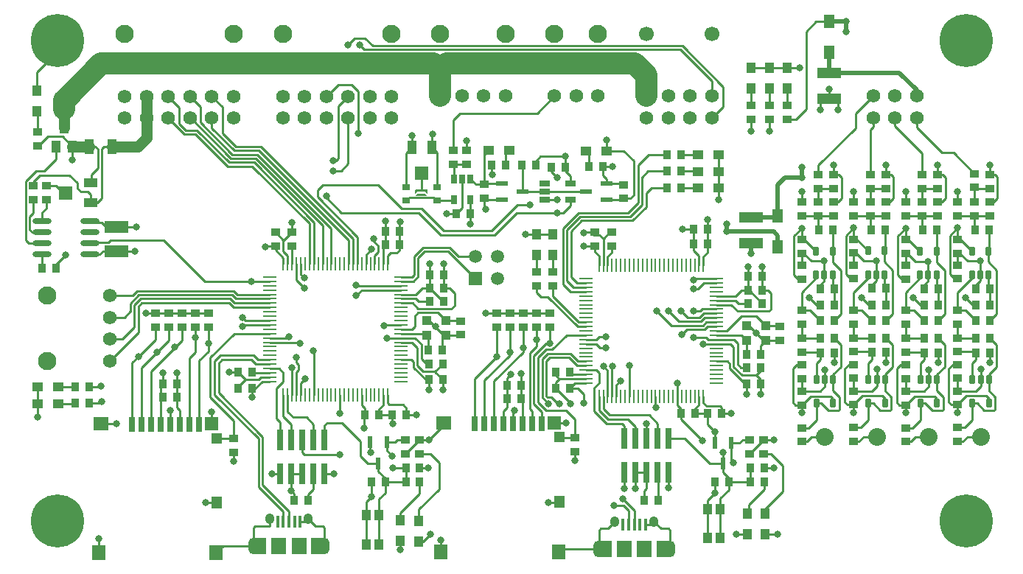
<source format=gtl>
G04*
G04 #@! TF.GenerationSoftware,Altium Limited,Altium Designer,18.1.9 (240)*
G04*
G04 Layer_Physical_Order=1*
G04 Layer_Color=255*
%FSLAX25Y25*%
%MOIN*%
G70*
G01*
G75*
%ADD14C,0.01000*%
%ADD18R,0.03937X0.03543*%
%ADD19R,0.04331X0.04921*%
%ADD20R,0.01575X0.05315*%
%ADD21R,0.07087X0.07480*%
%ADD22R,0.03543X0.03937*%
%ADD23R,0.02362X0.05315*%
%ADD24R,0.04134X0.04528*%
%ADD25R,0.04331X0.03858*%
%ADD26R,0.04724X0.06299*%
%ADD27R,0.10630X0.04528*%
%ADD28R,0.04921X0.04331*%
%ADD29R,0.05315X0.02362*%
%ADD30R,0.04724X0.02559*%
%ADD31R,0.02756X0.03937*%
%ADD32R,0.06299X0.06299*%
%ADD33R,0.04291X0.06299*%
%ADD34R,0.03543X0.02756*%
%ADD35R,0.05512X0.00787*%
%ADD36R,0.02992X0.09449*%
%ADD37O,0.06102X0.00984*%
%ADD38O,0.00984X0.06102*%
%ADD39R,0.06693X0.05906*%
%ADD40R,0.03150X0.06614*%
%ADD41R,0.06299X0.05906*%
%ADD42R,0.05079X0.05118*%
%ADD43R,0.05079X0.05512*%
%ADD44R,0.05906X0.06693*%
%ADD45R,0.04134X0.06693*%
%ADD46R,0.03937X0.05512*%
%ADD47R,0.10630X0.05512*%
%ADD48O,0.08661X0.02756*%
%ADD49R,0.06299X0.06299*%
%ADD50R,0.06299X0.04291*%
G04:AMPARAMS|DCode=51|XSize=23.62mil|YSize=39.37mil|CornerRadius=2.01mil|HoleSize=0mil|Usage=FLASHONLY|Rotation=0.000|XOffset=0mil|YOffset=0mil|HoleType=Round|Shape=RoundedRectangle|*
%AMROUNDEDRECTD51*
21,1,0.02362,0.03535,0,0,0.0*
21,1,0.01961,0.03937,0,0,0.0*
1,1,0.00402,0.00980,-0.01768*
1,1,0.00402,-0.00980,-0.01768*
1,1,0.00402,-0.00980,0.01768*
1,1,0.00402,0.00980,0.01768*
%
%ADD51ROUNDEDRECTD51*%
%ADD52R,0.05858X0.07480*%
%ADD100C,0.02000*%
%ADD101C,0.10000*%
%ADD102C,0.05000*%
%ADD103O,0.04134X0.04921*%
%ADD104O,0.04823X0.07480*%
%ADD105C,0.05906*%
%ADD106R,0.05906X0.05906*%
%ADD107C,0.08268*%
%ADD108C,0.06142*%
%ADD109C,0.08000*%
%ADD110C,0.06693*%
%ADD111C,0.24016*%
%ADD112C,0.03200*%
G36*
X359255Y265575D02*
X358272Y266559D01*
X354727Y266559D01*
X353743Y265574D01*
X353744Y267051D01*
X359256D01*
X359255Y265575D01*
D02*
G37*
G36*
X359256Y264394D02*
X353744D01*
X355024Y265673D01*
X357976D01*
X359256Y264394D01*
D02*
G37*
D14*
X504335Y232500D02*
X504350Y232485D01*
X319000Y281655D02*
Y297846D01*
X317845Y280500D02*
X319000Y281655D01*
X316500Y280500D02*
X317845D01*
X318944Y305184D02*
X323315Y309555D01*
X318944Y297902D02*
Y305184D01*
Y297902D02*
X319000Y297846D01*
X426849Y225195D02*
X430811D01*
X424100Y227944D02*
X426849Y225195D01*
X440300Y285174D02*
Y290000D01*
X440126Y285000D02*
X440300Y285174D01*
X388300Y248800D02*
X400000Y260500D01*
X405500D01*
X399500Y257000D02*
X418000D01*
X420500Y224682D02*
Y249982D01*
X427518Y257000D02*
X450079D01*
X420500Y249982D02*
X427518Y257000D01*
X422300Y226050D02*
Y249237D01*
X428263Y255200D02*
X450824D01*
X422300Y249237D02*
X428263Y255200D01*
X429009Y253400D02*
X451900D01*
X424100Y248491D02*
X429009Y253400D01*
X424100Y227944D02*
Y248491D01*
X423807Y260307D02*
Y262819D01*
X420500Y257000D02*
X423807Y260307D01*
X418000Y257000D02*
X420500D01*
X417819Y262819D02*
X418000Y263000D01*
X402283Y266500D02*
X430776D01*
X366454Y248800D02*
X388300D01*
X206533Y243692D02*
X215092D01*
X258577Y225923D02*
X288087D01*
X389500Y247000D02*
X399500Y257000D01*
X365319Y247000D02*
X389500D01*
X356454Y258800D02*
X366454Y248800D01*
X355319Y257000D02*
X365319Y247000D01*
X347600Y258800D02*
X356454D01*
X320232Y257000D02*
X355319D01*
X336900Y269500D02*
X347600Y258800D01*
X374898Y259197D02*
Y272224D01*
X372201Y256500D02*
X374898Y259197D01*
X363500Y262500D02*
X370882D01*
X311783Y269500D02*
X336900D01*
X309500Y267217D02*
X311783Y269500D01*
X309500Y264047D02*
Y267217D01*
Y264047D02*
X327555Y245992D01*
Y233896D02*
Y245992D01*
X283024Y285159D02*
X323618Y244564D01*
X282278Y283359D02*
X315744Y249893D01*
X311807Y233896D02*
Y251284D01*
X281533Y281559D02*
X311807Y251284D01*
X307870Y233896D02*
Y252676D01*
X280787Y279759D02*
X307870Y252676D01*
X305902Y233896D02*
Y252098D01*
X280041Y277959D02*
X305902Y252098D01*
X315744Y233896D02*
Y249893D01*
X283769Y286959D02*
X325587Y245141D01*
X313500Y263732D02*
X320232Y257000D01*
X313500Y263732D02*
Y264394D01*
X486039Y239039D02*
Y249500D01*
Y254000D01*
X479740Y239760D02*
Y249500D01*
X238681Y161187D02*
Y178785D01*
X435000Y239224D02*
Y241799D01*
Y239224D02*
X436815Y237409D01*
Y233167D02*
Y237409D01*
X286000Y241500D02*
X286299Y241799D01*
X290500D01*
X490865Y262760D02*
Y268236D01*
X458132Y259631D02*
Y265781D01*
X451900Y253400D02*
X458132Y259631D01*
Y265781D02*
X460587Y268236D01*
X456331Y260707D02*
Y272981D01*
X454531Y261453D02*
Y278500D01*
X490865Y275650D02*
Y283150D01*
Y268236D02*
Y275650D01*
X430000Y241799D02*
X435000D01*
X434598Y247000D02*
X437000D01*
X434675Y248098D02*
X435000Y248423D01*
X433500Y248098D02*
X434598Y247000D01*
X433500Y248098D02*
X434675D01*
X430098D02*
X433500D01*
X430000Y248000D02*
X430098Y248098D01*
X423924Y221258D02*
X430811D01*
X420500Y224682D02*
X423924Y221258D01*
X425123Y223226D02*
X430811D01*
X422300Y226050D02*
X425123Y223226D01*
X460587Y268236D02*
X467589D01*
X456331Y272981D02*
X459085Y275734D01*
X467589D01*
X473888D02*
X481528D01*
X450824Y255200D02*
X456331Y260707D01*
X459181Y283150D02*
X467589D01*
X454531Y278500D02*
X459181Y283150D01*
X450079Y257000D02*
X454531Y261453D01*
X403500Y247126D02*
X408500D01*
X313472Y309555D02*
X318917Y315000D01*
X325000D01*
X328000Y312000D01*
Y293000D02*
Y312000D01*
X316500Y276000D02*
X320100D01*
X472248Y173915D02*
Y179919D01*
X492150Y166049D02*
X496500D01*
X320100Y276000D02*
X323315Y279215D01*
X413000Y190000D02*
X414500Y191500D01*
X413000Y174046D02*
Y190000D01*
X411100Y190750D02*
X413650Y193300D01*
X411100Y173400D02*
Y190750D01*
X423850Y193300D02*
X427388Y189762D01*
X423104Y191500D02*
X426811Y187793D01*
X422174Y201573D02*
X430811D01*
X415701Y195100D02*
X422174Y201573D01*
X412905Y195100D02*
X415701D01*
X409300Y191495D02*
X412905Y195100D01*
X409300Y171099D02*
Y191495D01*
X414500Y191500D02*
X423104D01*
X413650Y193300D02*
X423850D01*
X407300Y170434D02*
Y192375D01*
X405500Y168140D02*
Y193500D01*
X409300Y171099D02*
X412799Y167600D01*
X421949D01*
X426000Y163549D01*
X415201Y173400D02*
X418101Y170500D01*
X413646Y173400D02*
X415201D01*
X411100D02*
X414000Y170500D01*
X424000D02*
Y170850D01*
X417350Y177500D02*
X424000Y170850D01*
X418101Y170500D02*
X418988D01*
X426000Y155150D02*
Y163549D01*
X412925Y198000D02*
X414500D01*
X407300Y192375D02*
X412925Y198000D01*
X406567Y161575D02*
Y167072D01*
X405500Y168140D02*
X406567Y167072D01*
X405500Y193500D02*
X408500Y196500D01*
X407300Y170434D02*
X410898Y166836D01*
X408500Y196500D02*
Y199500D01*
X401650Y179000D02*
Y184017D01*
X401500Y184166D02*
X401650Y184017D01*
X485850Y161213D02*
X489153Y157909D01*
X468914Y105000D02*
Y113316D01*
X346500Y240000D02*
Y248350D01*
X359785Y208215D02*
X366478Y201522D01*
X436787Y105000D02*
Y113316D01*
X359972Y154262D02*
X366606Y160896D01*
X312637Y106278D02*
Y114594D01*
X365425Y103465D02*
Y109000D01*
X210531Y103077D02*
Y109622D01*
X211713Y161541D02*
X211768Y161597D01*
X218500D01*
X261500D02*
Y166941D01*
Y161597D02*
X261555Y161541D01*
X259000Y125911D02*
X264094D01*
X182874Y164626D02*
X183000Y164500D01*
X182874Y164626D02*
Y170612D01*
Y178124D01*
X264800Y189016D02*
X266284Y190500D01*
X264800Y175452D02*
Y189016D01*
Y175452D02*
X284760Y155492D01*
Y133786D02*
Y155492D01*
Y133786D02*
X296573Y121973D01*
Y117301D02*
Y121973D01*
X282960Y133040D02*
X294014Y121986D01*
X282960Y133040D02*
Y154747D01*
X263000Y174707D02*
X282960Y154747D01*
X294014Y117301D02*
Y121986D01*
X266284Y190500D02*
X279500D01*
X281478Y188522D01*
X288087D01*
X263000Y174707D02*
Y189762D01*
X265697Y192459D01*
X280478D01*
X282447Y190490D01*
X288087D01*
X271801Y202301D02*
X288087D01*
X261000Y191500D02*
X271801Y202301D01*
X261000Y173409D02*
Y191500D01*
Y173409D02*
X271657Y162752D01*
X275500Y209685D02*
X276978Y208207D01*
X288087D01*
X275500Y205500D02*
X276238Y206238D01*
X288087D01*
X211500Y171000D02*
X212000Y171500D01*
X206150Y171000D02*
X211500D01*
X211337Y178124D02*
X211713Y178500D01*
X206150Y178124D02*
X211337D01*
X199463Y170612D02*
X199850Y171000D01*
X192126Y170612D02*
X199463D01*
X192126Y178124D02*
X199850D01*
X271657Y154762D02*
Y162752D01*
X496634Y152909D02*
X500348D01*
X501774Y154335D01*
X504894D01*
X496634Y144866D02*
X497500Y144000D01*
X496634Y144866D02*
Y152909D01*
X473894Y163606D02*
X483500Y154000D01*
X473894Y163606D02*
Y166049D01*
X511894Y111559D02*
X517500D01*
X499000Y111500D02*
X503835D01*
X503894Y111559D01*
X479740Y200536D02*
X485260D01*
X476690Y204200D02*
X484583D01*
X469500Y206000D02*
X483838D01*
X483092Y207800D02*
X484739Y209447D01*
X472865Y207800D02*
X483092D01*
X482346Y209600D02*
X484162Y211415D01*
X476900Y209600D02*
X482346D01*
X474000Y212500D02*
X476900Y209600D01*
X474217Y201726D02*
X476690Y204200D01*
X485260Y200536D02*
X486192Y199604D01*
X490063D01*
X484583Y204200D02*
X485893Y205510D01*
X490063D01*
X463000Y212500D02*
X469500Y206000D01*
X484162Y211415D02*
X490063D01*
X479500Y212500D02*
X482701D01*
X483838Y206000D02*
X485316Y207478D01*
X490063D01*
X468165Y212500D02*
X472865Y207800D01*
X484739Y209447D02*
X490063D01*
X482701Y212500D02*
X483585Y213384D01*
X490063D01*
X479500Y222500D02*
X481500D01*
X530500Y303768D02*
Y339000D01*
X525913Y299181D02*
X530500Y303768D01*
Y339000D02*
X535069Y343569D01*
X522000Y322457D02*
X527457D01*
X514000D02*
X522000D01*
X505482D02*
X514000D01*
X527457D02*
X527500Y322500D01*
X535069Y343569D02*
X541000D01*
X522000Y299181D02*
X525913D01*
X505482Y294035D02*
X505500Y294018D01*
X505482Y294035D02*
Y299181D01*
X513982Y305480D02*
X514000Y305498D01*
Y313205D01*
X522000Y305480D02*
Y313205D01*
X513982Y294018D02*
X514000Y294000D01*
X513982Y294018D02*
Y299181D01*
X335000Y244024D02*
X336900Y242124D01*
X335000Y244024D02*
Y245141D01*
X336900Y239109D02*
Y242124D01*
X335429Y237638D02*
X336900Y239109D01*
X335429Y233896D02*
Y237638D01*
X331492Y237992D02*
X334000Y240500D01*
X331492Y233896D02*
Y237992D01*
X330500Y159500D02*
Y165155D01*
X339366Y233896D02*
Y241516D01*
X342500Y238724D02*
X345224D01*
X341335Y237559D02*
X342500Y238724D01*
X341335Y233896D02*
Y237559D01*
X345224Y238724D02*
X346500Y240000D01*
X346650Y252650D02*
X347000Y253000D01*
X340350Y248500D02*
Y253049D01*
X339366Y241516D02*
X340350Y242500D01*
X331000Y336000D02*
X334434Y332566D01*
X326315Y336000D02*
X331000D01*
X323315Y333000D02*
X326315Y336000D01*
X334434Y332566D02*
X474479D01*
X328500Y333000D02*
X330734Y330766D01*
X474479Y332566D02*
X493000Y314046D01*
X473734Y330766D02*
X487850Y316650D01*
X330734Y330766D02*
X473734D01*
X487850Y309732D02*
Y316650D01*
X493000Y305039D02*
Y314046D01*
X487850Y299890D02*
X493000Y305039D01*
X410300Y282500D02*
X421650D01*
X408150Y280350D02*
X410300Y282500D01*
X408150Y278500D02*
Y280350D01*
X421650Y277500D02*
Y282500D01*
X438650Y278000D02*
X443000D01*
X440224Y270240D02*
Y272224D01*
X438650Y273799D02*
X440224Y272224D01*
X438650Y273799D02*
Y278000D01*
X448000Y285000D02*
X452468Y280532D01*
Y264862D02*
Y280532D01*
X451008Y263402D02*
X452468Y264862D01*
X448000Y263402D02*
X451008D01*
X440126Y285000D02*
X448000D01*
X430874D02*
X432350Y283524D01*
Y278000D02*
Y283524D01*
X378500Y252000D02*
Y256500D01*
X368000Y256638D02*
X368138Y256500D01*
X372201D01*
X361213Y292213D02*
X361500Y292500D01*
X361213Y286385D02*
Y292213D01*
X352118Y291913D02*
X352205Y292000D01*
X352118Y286385D02*
Y291913D01*
X376898Y285150D02*
Y289500D01*
X370882Y262500D02*
X371158Y262776D01*
X362000Y264000D02*
X363500Y262500D01*
X356500Y264000D02*
X362000D01*
X351197D02*
X356500D01*
X349744Y262547D02*
X351197Y264000D01*
X356500Y267051D02*
X356665Y267217D01*
Y274968D01*
X363500Y268406D02*
Y284098D01*
X361213Y286385D02*
X363500Y284098D01*
X349744Y284011D02*
X352118Y286385D01*
X349744Y268453D02*
Y284011D01*
X408858Y302000D02*
X416709Y309850D01*
X374000Y302000D02*
X408858D01*
X370953Y298953D02*
X374000Y302000D01*
X370953Y285197D02*
Y298953D01*
X371000Y278850D02*
X371158Y278693D01*
X370953Y278898D02*
X371000Y278850D01*
X376898D01*
X371158Y272224D02*
Y278693D01*
X378638Y272224D02*
X381106Y269756D01*
X385000D01*
X378500Y256500D02*
X378638Y256638D01*
Y262776D01*
X385000Y259000D02*
X385500Y258500D01*
X385000Y259000D02*
Y263457D01*
X388350Y274299D02*
X388500Y274150D01*
X388350Y274299D02*
Y278500D01*
X394650D02*
Y283673D01*
X396126Y285150D01*
X385000Y283276D02*
X386874Y285150D01*
X385000Y269756D02*
Y283276D01*
X385638Y262819D02*
X392776D01*
X385000Y263457D02*
X385638Y262819D01*
X385543Y270299D02*
X392776D01*
X385000Y269756D02*
X385543Y270299D01*
X412193Y262819D02*
X417819D01*
X415350Y275650D02*
X418000Y273000D01*
X415350Y275650D02*
Y277500D01*
X423807Y270299D02*
Y273693D01*
X421650Y275850D02*
X423807Y273693D01*
X421650Y275850D02*
Y277500D01*
X401850Y278500D02*
X402224Y278126D01*
Y266559D02*
Y278126D01*
Y266559D02*
X402283Y266500D01*
X447358Y262760D02*
X448000Y263402D01*
X440224Y262760D02*
X447358D01*
X447461Y270240D02*
X448000Y269701D01*
X440224Y270240D02*
X447461D01*
X481500Y222500D02*
X484195Y225195D01*
X490063D01*
X479500Y226500D02*
X480163Y227163D01*
X490063D01*
X481528Y275734D02*
X481613Y275650D01*
X416000Y247126D02*
X416374Y247500D01*
X408500Y247126D02*
X416000D01*
Y230150D02*
Y237874D01*
X408500Y230150D02*
Y237874D01*
X413619Y219000D02*
X427109Y205510D01*
X410500Y219000D02*
X413619D01*
X416000Y219164D02*
X427686Y207478D01*
X416000Y219164D02*
Y223850D01*
X408500Y221000D02*
X410500Y219000D01*
X427109Y205510D02*
X430811D01*
X427686Y207478D02*
X430811D01*
X408500Y221000D02*
Y223850D01*
X462405Y168945D02*
X462500Y168850D01*
X459500Y165500D02*
X463323Y161677D01*
X441500Y165500D02*
X459500D01*
X434675Y248098D02*
X435000D01*
X353265Y228952D02*
Y237181D01*
X352205Y227892D02*
X353265Y228952D01*
X347339Y227892D02*
X352205D01*
X353265Y237181D02*
X357294Y241209D01*
X369411D01*
X373368Y237252D01*
X379000D01*
X368665Y239409D02*
X380823Y227252D01*
X358039Y239409D02*
X368665D01*
X355065Y236435D02*
X358039Y239409D01*
X355065Y228175D02*
Y236435D01*
X352814Y225923D02*
X355065Y228175D01*
X347339Y225923D02*
X352814D01*
X366250Y216833D02*
X366500D01*
X360201Y222882D02*
X366250Y216833D01*
X360201Y228882D02*
Y233894D01*
X366500D02*
X366606Y234000D01*
X366500Y228882D02*
Y233894D01*
X371500Y215000D02*
Y220500D01*
X370064Y213564D02*
X371500Y215000D01*
X369118Y222882D02*
X371500Y220500D01*
X355040Y213564D02*
X370064D01*
X352524Y216081D02*
X355040Y213564D01*
X347339Y216081D02*
X352524D01*
X355065Y211764D02*
X363931D01*
X367480Y208215D01*
X353500Y210199D02*
X355065Y211764D01*
X366500Y222882D02*
Y228882D01*
Y222882D02*
X369118D01*
X360201D02*
Y228882D01*
X356882Y222882D02*
X360201D01*
X354018Y220018D02*
X356882Y222882D01*
X347339Y220018D02*
X354018D01*
X347339Y218049D02*
X354000D01*
X355217Y216833D01*
X360201D01*
X366150Y177000D02*
Y181455D01*
X359850Y177000D02*
Y181455D01*
X341000Y200374D02*
X341041Y200333D01*
X347339D01*
Y190490D02*
X352000D01*
X352900Y189590D01*
Y187036D02*
Y189590D01*
Y187036D02*
X358481Y181455D01*
X359850D01*
X362695Y184909D02*
X366150Y181455D01*
X362695Y184909D02*
Y185166D01*
X366150Y188621D01*
X357315Y185166D02*
X362695D01*
X354700Y187781D02*
X357315Y185166D01*
X354700Y187781D02*
Y195967D01*
X352303Y198364D02*
X354700Y195967D01*
X347339Y198364D02*
X352303D01*
X358779Y188621D02*
X359850D01*
X356500Y190900D02*
X358779Y188621D01*
X356500Y190900D02*
Y197500D01*
X353667Y200333D02*
X356500Y197500D01*
X347339Y200333D02*
X353667D01*
X347339Y202301D02*
X358039D01*
X358819Y201522D01*
X359756Y200585D01*
Y194876D02*
Y200585D01*
X366055Y201098D02*
X366478Y201522D01*
X366055Y194876D02*
Y201098D01*
X366478Y201522D02*
X367480D01*
X358819Y208215D02*
X359785D01*
X374051Y201522D02*
X374256Y201726D01*
X367480Y201522D02*
X374051D01*
X374067Y208215D02*
X374256Y208026D01*
X367480Y208215D02*
X374067D01*
X353500Y205650D02*
Y210199D01*
X352120Y204270D02*
X353500Y205650D01*
X347339Y204270D02*
X352120D01*
X509988Y174886D02*
X510000Y174874D01*
X509988Y174886D02*
Y179500D01*
X503688Y174874D02*
Y179500D01*
X484059Y197636D02*
X490063D01*
Y189762D02*
X494821D01*
X495900Y188683D01*
Y186575D02*
Y188683D01*
Y186575D02*
X502975Y179500D01*
X503688D01*
X508000Y183500D02*
X509988Y185488D01*
X508000Y183500D02*
X509988Y181512D01*
X507979Y183521D02*
X508000Y183500D01*
X509988Y179500D02*
Y181512D01*
Y185488D02*
Y187000D01*
X501500Y183521D02*
X507979D01*
X497700Y187321D02*
X501500Y183521D01*
X497700Y187321D02*
Y196300D01*
X496364Y197636D02*
X497700Y196300D01*
X490063Y197636D02*
X496364D01*
X501291Y201573D02*
X503602Y199262D01*
X490063Y201573D02*
X501291D01*
X490063Y199604D02*
X497896D01*
X499500Y198000D01*
Y188522D02*
Y198000D01*
Y188522D02*
X501022Y187000D01*
X503688D01*
X508000Y202500D02*
X511238Y199262D01*
X504545Y205955D02*
X508000Y202500D01*
X511238Y199262D02*
X512264D01*
X503602Y205955D02*
X504545D01*
X509988Y196986D02*
X512264Y199262D01*
X509988Y193000D02*
Y196986D01*
X503602Y193086D02*
X503688Y193000D01*
X503602Y193086D02*
Y199262D01*
X518478D02*
X518567Y199350D01*
X512264Y199262D02*
X518478D01*
X518262Y205955D02*
X518567Y205650D01*
X512264Y205955D02*
X518262D01*
X508043Y210175D02*
X512264Y205955D01*
X501299Y210175D02*
X508043D01*
X494665Y203541D02*
X501299Y210175D01*
X490063Y203541D02*
X494665D01*
X510650Y232500D02*
Y232985D01*
Y228175D02*
Y232500D01*
X492150Y167075D02*
Y168850D01*
X491500Y169500D02*
X492150Y168850D01*
X485500Y169500D02*
X491500D01*
X484059Y170941D02*
X485500Y169500D01*
X484059Y170941D02*
Y173915D01*
X485850Y161213D02*
Y166049D01*
X480193D02*
X485850D01*
X490063Y215352D02*
X496648D01*
X499500Y212500D01*
X513654D01*
X514500Y213346D01*
Y220500D01*
X513124Y221876D02*
X514500Y220500D01*
X510650Y221876D02*
X513124D01*
X510650D02*
Y228175D01*
X484059Y237059D02*
X486039Y239039D01*
X484059Y233167D02*
Y237059D01*
X441598Y248098D02*
X442500D01*
X438784Y245284D02*
X441598Y248098D01*
X438784Y245216D02*
Y245284D01*
X437000Y247000D02*
X438784Y245216D01*
Y233167D02*
Y245216D01*
X417350Y183150D02*
X418769Y181731D01*
X425960D01*
X426116Y181888D01*
X430811D01*
X417350Y180313D02*
X418769Y181731D01*
X417350Y177500D02*
Y180313D01*
Y183150D02*
Y185000D01*
X480193Y166049D02*
Y168193D01*
X482091Y170091D01*
Y173915D01*
X515927Y154335D02*
X516000Y154262D01*
X511394Y154335D02*
X515927D01*
X505094Y148035D02*
X511394Y154335D01*
X504894Y148035D02*
X505094D01*
X489153Y152909D02*
Y157909D01*
X486039Y122906D02*
Y127039D01*
Y109716D02*
Y122906D01*
X489244Y130244D02*
Y135185D01*
X486039Y127039D02*
X489244Y130244D01*
X182500Y320500D02*
X195000Y333000D01*
X182500Y312252D02*
Y320500D01*
X227463Y250463D02*
X227500Y250500D01*
X218707Y250463D02*
X227463D01*
X206533Y253049D02*
X207110Y252472D01*
X212000D01*
X214010Y250463D01*
X218707D01*
X333906Y128406D02*
Y135112D01*
X331594Y126095D02*
X333906Y128406D01*
X331594Y120207D02*
Y126095D01*
Y107018D02*
Y120207D01*
X343350Y161650D02*
X343500Y161500D01*
X343350Y161650D02*
Y165612D01*
X337256Y168024D02*
X339366Y170134D01*
X337256Y165612D02*
Y168024D01*
X339366Y170134D02*
Y174644D01*
X245807Y179612D02*
Y184585D01*
Y173612D02*
Y179612D01*
Y169000D02*
Y173612D01*
Y169000D02*
X247343Y167465D01*
Y161187D02*
Y167465D01*
X453323Y132323D02*
Y139425D01*
X468311Y132500D02*
X468323Y132512D01*
Y139425D01*
X453323D02*
X458323D01*
Y132323D02*
Y139425D01*
X457181Y131181D02*
X458323Y132323D01*
X457181Y127000D02*
Y131181D01*
X460331Y116024D02*
X461610Y117303D01*
X457969Y116024D02*
X460331D01*
X421929Y161929D02*
X422000Y162000D01*
X416449Y161929D02*
X421929D01*
X402236Y161575D02*
Y172264D01*
X401650Y172850D02*
X402236Y172264D01*
X401650Y172850D02*
Y179000D01*
X269500Y185000D02*
X273701D01*
X298000Y252500D02*
X298028Y252472D01*
Y248098D02*
Y252472D01*
X346650Y248500D02*
Y252650D01*
X414000Y125911D02*
X418600D01*
X418988Y126299D01*
X420110Y105000D02*
X436758D01*
X418575Y103465D02*
X420110Y105000D01*
X436758D02*
X436787D01*
Y113316D02*
X437548Y114077D01*
X440865D01*
X444091Y117303D01*
X468914Y105000D02*
X468943D01*
X468153Y114078D02*
X468914Y113316D01*
X464836Y114078D02*
X468153D01*
X461610Y117303D02*
X464836Y114078D01*
X366606Y160896D02*
Y161929D01*
X355606Y154262D02*
X359972D01*
X355606Y154234D02*
Y154262D01*
X349335Y147963D02*
X355606Y154234D01*
X333315Y148608D02*
X333461Y148463D01*
X333315Y148608D02*
Y153061D01*
X304053Y117301D02*
X305333Y118581D01*
X301691Y117301D02*
X304053D01*
X312637Y106278D02*
X312665D01*
X311875Y115355D02*
X312637Y114594D01*
X308558Y115355D02*
X311875D01*
X305333Y118581D02*
X308558Y115355D01*
X280480Y106278D02*
X282960Y108757D01*
X280509D02*
X282960D01*
X280509D02*
Y114594D01*
X281271Y115355D01*
X287813D01*
Y118581D01*
X266882Y106278D02*
X280480D01*
X263681Y103077D02*
X266882Y106278D01*
X337256Y165612D02*
X343350D01*
X312665Y138884D02*
X317000D01*
X297665Y131335D02*
X299016Y129984D01*
Y126884D02*
Y129984D01*
X297665Y138884D02*
X302665D01*
X297665Y131335D02*
Y138884D01*
X346500Y248350D02*
X346650Y248500D01*
X294091Y239409D02*
Y244161D01*
Y239409D02*
X296059Y237441D01*
X294091Y244161D02*
X298028Y248098D01*
X294091Y244161D02*
Y244508D01*
X290500Y248098D02*
X294091Y244508D01*
X296059Y233896D02*
Y237441D01*
X273701Y178244D02*
X277079Y181622D01*
X273701Y177500D02*
Y178244D01*
Y185000D02*
X277079Y181622D01*
X283000D01*
X283994Y182616D01*
X288087D01*
X538484Y308484D02*
X541000D01*
X537000Y307000D02*
X538484Y308484D01*
X537000Y303500D02*
Y307000D01*
X545000Y303500D02*
Y307984D01*
X544500Y308484D02*
X545000Y307984D01*
X541000Y308484D02*
X544500D01*
X541000Y308484D02*
Y313000D01*
X541000Y308484D02*
X541000Y308484D01*
X573299Y188299D02*
X575500D01*
X571500Y186500D02*
X573299Y188299D01*
X572762Y170000D02*
X575500D01*
X571500Y171262D02*
X572762Y170000D01*
X571500Y171262D02*
Y186500D01*
X575500Y166500D02*
Y170000D01*
Y244949D02*
Y250000D01*
X572000Y246500D02*
X575500Y250000D01*
X572000Y229000D02*
Y246500D01*
X574000Y227000D02*
X575500D01*
X572000Y229000D02*
X574000Y227000D01*
X590000Y274150D02*
Y278459D01*
X590150Y189136D02*
Y193650D01*
Y189136D02*
X590150Y189136D01*
X592350Y274150D02*
X593500Y273000D01*
Y263500D02*
Y273000D01*
X591799Y261799D02*
X593500Y263500D01*
X590000Y274150D02*
X592350D01*
X590000Y261799D02*
X591799D01*
X579000Y218500D02*
X582350Y215150D01*
X583850D01*
X588500Y174037D02*
X589740Y172797D01*
Y170736D02*
Y172797D01*
X579537Y174037D02*
X588500D01*
X575500Y170000D02*
X579537Y174037D01*
X576701Y244949D02*
X582000Y239650D01*
X575500Y244949D02*
X576701D01*
X524500Y171262D02*
X525762Y170000D01*
X524500Y171262D02*
Y186238D01*
X552000Y166575D02*
Y170075D01*
X548000Y186575D02*
X549799Y188374D01*
X552000D01*
X549262Y170075D02*
X552000D01*
X548000Y171337D02*
X549262Y170075D01*
X548000Y171337D02*
Y186575D01*
X552000Y245024D02*
Y250075D01*
X550500Y227075D02*
X552000D01*
X548500Y246575D02*
X552000Y250075D01*
X548500Y229075D02*
Y246575D01*
Y229075D02*
X550500Y227075D01*
X566500Y274224D02*
Y278533D01*
X566650Y189211D02*
X566650Y189211D01*
X566650Y189211D02*
Y193724D01*
X566500Y274224D02*
X568850D01*
X570000Y263575D02*
Y273075D01*
X568850Y274224D02*
X570000Y273075D01*
X568299Y261874D02*
X570000Y263575D01*
X566500Y261874D02*
X568299D01*
X558850Y215224D02*
X560350D01*
X555500Y218575D02*
X558850Y215224D01*
X556037Y174112D02*
X565000D01*
X566240Y170811D02*
Y172872D01*
X565000Y174112D02*
X566240Y172872D01*
X552000Y170075D02*
X556037Y174112D01*
X552000Y245024D02*
X553201D01*
X558500Y239724D01*
X526299Y188299D02*
X528500D01*
Y166500D02*
Y170000D01*
X525762D02*
X528500D01*
X524500Y186500D02*
X526299Y188299D01*
X528500Y244949D02*
Y250000D01*
X525000Y246500D02*
X528500Y250000D01*
X525000Y229000D02*
X527000Y227000D01*
X528500D01*
X525000Y229000D02*
Y246500D01*
X543000Y274150D02*
Y278459D01*
X543150Y189136D02*
Y193650D01*
Y189136D02*
X543150Y189136D01*
X545350Y274150D02*
X546500Y273000D01*
X543000Y274150D02*
X545350D01*
X546500Y263500D02*
Y273000D01*
X544799Y261799D02*
X546500Y263500D01*
X543000Y261799D02*
X544799D01*
X532000Y218500D02*
X535350Y215150D01*
X536850D01*
X542740Y170736D02*
Y172797D01*
X532537Y174037D02*
X541500D01*
X542740Y172797D01*
X528500Y170000D02*
X532537Y174037D01*
X529701Y244949D02*
X535000Y239650D01*
X528500Y244949D02*
X529701D01*
X599000Y170059D02*
X603037Y174097D01*
X612000D01*
X613240Y172856D01*
Y170795D02*
Y172856D01*
X599000Y166559D02*
Y170059D01*
X596262D02*
X599000D01*
X595000Y171321D02*
X596262Y170059D01*
X595000Y171321D02*
Y186559D01*
X596799Y188358D01*
X599000D01*
X613650Y189195D02*
X613650Y189195D01*
X613650Y189195D02*
Y193709D01*
X602500Y218559D02*
X605850Y215209D01*
X607350D01*
X597500Y227059D02*
X599000D01*
X595500Y229059D02*
X597500Y227059D01*
X595500Y229059D02*
Y246559D01*
X599000Y250059D01*
Y245008D02*
Y250059D01*
X600201Y245008D02*
X605500Y239709D01*
X599000Y245008D02*
X600201D01*
X613500Y274209D02*
Y278518D01*
Y274209D02*
X615850D01*
X617000Y273059D01*
Y263559D02*
Y273059D01*
X615299Y261858D02*
X617000Y263559D01*
X613500Y261858D02*
X615299D01*
X504350Y228175D02*
Y232485D01*
X504774Y221876D02*
X510650Y216000D01*
X504350Y221876D02*
X504774D01*
X490063Y217321D02*
X498500D01*
X499821Y216000D01*
X504350D01*
X490063Y219289D02*
X498621D01*
X501207Y221876D01*
X504350D01*
Y228175D01*
X474500Y249575D02*
X474575Y249500D01*
X479740D01*
X482091Y233167D02*
Y237409D01*
X479740Y239760D02*
X482091Y237409D01*
X442500Y239000D02*
Y241799D01*
X440752Y237252D02*
X442500Y239000D01*
X440752Y233167D02*
Y237252D01*
X436815Y179939D02*
Y184500D01*
X434675Y177799D02*
X436815Y179939D01*
X434675Y167234D02*
Y177799D01*
X435490Y185825D02*
X436815Y184500D01*
X430811Y185825D02*
X435490D01*
X425894Y179919D02*
X430811D01*
X423650Y177675D02*
X425894Y179919D01*
X430000Y170799D02*
Y174874D01*
X427374Y177500D02*
X430000Y174874D01*
X423650Y177500D02*
X427374D01*
X423650Y185000D02*
X424793Y183856D01*
X430811D01*
X413000Y174046D02*
X413646Y173400D01*
X426811Y187793D02*
X430811D01*
X410898Y161575D02*
Y166836D01*
X473894Y166049D02*
Y168106D01*
X472248Y169752D02*
X473894Y168106D01*
X472248Y169752D02*
Y173915D01*
X492894Y143461D02*
Y148463D01*
Y139606D02*
Y143461D01*
Y139606D02*
X495543Y136957D01*
Y135185D02*
Y136957D01*
Y135185D02*
X505244D01*
X511543Y141685D02*
X516000D01*
X514577Y148035D02*
X520000Y142612D01*
Y131000D02*
Y142612D01*
X511894Y122894D02*
X520000Y131000D01*
X511543Y131909D02*
Y135185D01*
X504500Y124866D02*
X511543Y131909D01*
X504500Y121417D02*
Y124866D01*
X503894Y120811D02*
X504500Y121417D01*
X511394Y148035D02*
X514577D01*
X511894Y120811D02*
Y122894D01*
X491748Y127748D02*
X495543Y131543D01*
X491748Y122906D02*
Y127748D01*
Y109716D02*
Y122906D01*
X495543Y131543D02*
Y135185D01*
X505244D02*
X505244Y135185D01*
Y141685D01*
X487039Y143461D02*
X492894D01*
X475721Y154780D02*
X487039Y143461D01*
X468323Y154780D02*
X475721D01*
X462405Y168945D02*
Y173915D01*
X458323Y154780D02*
Y161677D01*
X323315Y279215D02*
Y299713D01*
X299996Y226504D02*
X303500Y223000D01*
X299996Y226504D02*
Y233896D01*
X301965Y229035D02*
X303500Y227500D01*
X301965Y229035D02*
Y233896D01*
X329459Y221986D02*
X347339D01*
X327000Y219528D02*
X329459Y221986D01*
X327273Y223955D02*
X347339D01*
X327000Y224227D02*
X327273Y223955D01*
X330500Y165155D02*
X330957Y165612D01*
X239900Y244600D02*
X258577Y225923D01*
X216000Y244600D02*
X239900D01*
X215092Y243692D02*
X216000Y244600D01*
X206533Y243049D02*
Y243692D01*
X191150Y233699D02*
X195475Y238025D01*
X198740Y281000D02*
Y286959D01*
X197390Y274000D02*
X201000Y270390D01*
Y268000D02*
Y270390D01*
Y268000D02*
X202500Y266500D01*
X205500D01*
X184000Y274000D02*
X197390D01*
X205500Y266500D02*
X206917Y265083D01*
Y261453D02*
Y265083D01*
X210037Y261453D02*
X212000Y263415D01*
X206917Y261453D02*
X210037D01*
X212000Y263415D02*
Y285864D01*
X209041Y286959D02*
X210200Y285800D01*
Y277314D02*
Y285800D01*
X207110Y274224D02*
X210200Y277314D01*
X213094Y286959D02*
X216717D01*
X212000Y285864D02*
X213094Y286959D01*
X206917Y270547D02*
X207110Y270740D01*
Y274224D01*
X206283Y286959D02*
X209041D01*
X194199Y291500D02*
X198740Y286959D01*
X187500Y291500D02*
X194199D01*
X183350Y287350D02*
X187500Y291500D01*
X182874Y287350D02*
X183350D01*
X182500Y303000D02*
X182874Y302626D01*
Y293650D02*
Y302626D01*
X186000Y276000D02*
X191260Y281260D01*
X182272Y276000D02*
X186000D01*
X177449Y271177D02*
X182272Y276000D01*
X177449Y244600D02*
Y271177D01*
Y244600D02*
X179000Y243049D01*
X191260Y281260D02*
Y286959D01*
X226986Y239636D02*
X227000Y239650D01*
X218707Y239636D02*
X226986D01*
X212636D02*
X218707D01*
X211049Y238049D02*
X212636Y239636D01*
X206533Y238049D02*
X211049D01*
X191150Y232000D02*
Y233699D01*
X184850Y232000D02*
X184880Y232030D01*
Y238049D01*
Y253049D02*
Y257000D01*
X187000Y259120D01*
Y262850D01*
X179249Y255249D02*
X181000Y257000D01*
X179249Y249251D02*
Y255249D01*
X180451Y248049D02*
X184880D01*
X179249Y249251D02*
X180451Y248049D01*
X181000Y257000D02*
Y262850D01*
X191350Y269150D02*
X194500Y266000D01*
X187000Y269150D02*
X191350D01*
X181000D02*
Y271000D01*
X184000Y274000D01*
X179000Y243049D02*
X184880D01*
X249881Y294349D02*
X254968D01*
X247000Y297231D02*
X249881Y294349D01*
X247000Y297231D02*
Y304528D01*
X254968Y294349D02*
X269559Y279759D01*
X241972Y299713D02*
X249136Y292549D01*
X254223D01*
X268813Y277959D02*
X280041D01*
X254223Y292549D02*
X268813Y277959D01*
X241972Y309555D02*
X247000Y304528D01*
X269559Y279759D02*
X280787D01*
X251815Y299713D02*
X252151D01*
X270305Y281559D01*
X281533D01*
X271050Y283359D02*
X282278D01*
X251815Y309398D02*
Y309555D01*
Y309398D02*
X256500Y304713D01*
Y297909D02*
Y304713D01*
Y297909D02*
X271050Y283359D01*
X271796Y285159D02*
X283024D01*
X261658Y295297D02*
X271796Y285159D01*
X261658Y295297D02*
Y299713D01*
Y309555D02*
X266500Y304713D01*
Y293000D02*
Y304713D01*
Y293000D02*
X272541Y286959D01*
X283769D01*
X325587Y233896D02*
Y245141D01*
X323618Y233896D02*
Y244564D01*
X339500Y206000D02*
X339738Y206238D01*
X347339D01*
X343500Y141685D02*
X343573Y141612D01*
X349457D01*
X340795Y149555D02*
X343350Y147000D01*
X340795Y149555D02*
Y153061D01*
X364500Y131963D02*
Y144000D01*
X355301Y122764D02*
X364500Y131963D01*
X355301Y117626D02*
Y122764D01*
X360537Y147963D02*
X364500Y144000D01*
X355606Y147963D02*
X360537D01*
X355756Y141612D02*
X359665D01*
X337303Y120207D02*
X337398Y120301D01*
X337303Y107018D02*
Y120207D01*
X340205Y135112D02*
X349457D01*
X349650Y165612D02*
Y168658D01*
X348173Y170134D02*
X349650Y168658D01*
X342000Y170134D02*
X348173D01*
X341335Y170799D02*
X342000Y170134D01*
X341335Y170799D02*
Y174644D01*
X444689Y179189D02*
X446500Y181000D01*
X444689Y173915D02*
Y179189D01*
X450595Y173915D02*
Y187906D01*
X450500Y188000D02*
X450595Y187906D01*
X397905Y167045D02*
X398500Y167640D01*
X397905Y161575D02*
Y167045D01*
X395350Y168850D02*
Y172850D01*
X393575Y167075D02*
X395350Y168850D01*
X393575Y161575D02*
Y167075D01*
X301965Y179965D02*
X304000Y182000D01*
X301965Y174644D02*
Y179965D01*
X243000Y167500D02*
X243012Y167488D01*
Y161187D02*
Y167488D01*
X254157Y211486D02*
X260157D01*
X248158D02*
X254157D01*
X242158D02*
X248158D01*
X236157D02*
X242158D01*
X232071D02*
X236157D01*
X232000Y211415D02*
X232071Y211486D01*
X228500Y203000D02*
Y214500D01*
X226700Y205111D02*
Y215246D01*
X224900Y212400D02*
Y215991D01*
X222185Y209685D02*
X224900Y212400D01*
X228500Y214500D02*
X230081Y216081D01*
X226700Y215246D02*
X229504Y218049D01*
X224900Y215991D02*
X228758Y219849D01*
X215500Y209685D02*
X222185D01*
X215500Y219528D02*
X225891D01*
X228012Y221649D01*
X271568D01*
X273200Y220018D01*
X288087D01*
X228758Y219849D02*
X270823D01*
X272623Y218049D01*
X288087D01*
X215500Y199843D02*
X221431D01*
X226700Y205111D01*
X229504Y218049D02*
X270000D01*
X270168Y217881D01*
X270246D01*
X272046Y216081D01*
X288087D01*
X215500Y190000D02*
X228500Y203000D01*
X230081Y216081D02*
X269500D01*
X271468Y214112D01*
X288087D01*
X295933Y200333D02*
X296600Y201000D01*
X288087Y200333D02*
X295933D01*
X293787Y198100D02*
X301400D01*
X293523Y198364D02*
X293787Y198100D01*
X288087Y198364D02*
X293523D01*
X301400Y198100D02*
X301500Y198000D01*
X307500Y194427D02*
X307870Y194057D01*
Y174644D02*
Y194057D01*
X300000Y189101D02*
Y191500D01*
Y189101D02*
X300900Y188201D01*
Y185799D02*
Y188201D01*
X300000Y184899D02*
X300900Y185799D01*
X300000Y174648D02*
Y184899D01*
X299996Y174644D02*
X300000Y174648D01*
X298000Y187000D02*
X298028Y186972D01*
Y174644D02*
Y186972D01*
X228500Y192000D02*
X236157Y199657D01*
X225689Y189189D02*
X228500Y192000D01*
X237000Y194000D02*
X242158Y199158D01*
X230020Y187020D02*
X237000Y194000D01*
X234350Y185350D02*
X248158Y199158D01*
X260157Y198000D02*
Y205187D01*
Y194356D02*
Y198000D01*
X254157Y200500D02*
Y205187D01*
Y193856D02*
Y200500D01*
X236157Y199657D02*
Y205187D01*
X225689Y161187D02*
Y189189D01*
X242158Y199158D02*
Y205187D01*
X230020Y161187D02*
Y187020D01*
X248158Y199158D02*
Y205187D01*
X234350Y161187D02*
Y185350D01*
X239500Y184500D02*
X239508Y184492D01*
Y179612D02*
Y184492D01*
X238681Y178785D02*
X239508Y179612D01*
X251673Y191372D02*
X254157Y193856D01*
X251673Y161187D02*
Y191372D01*
X256004Y190203D02*
X260157Y194356D01*
X256004Y161187D02*
Y190203D01*
X294091Y180591D02*
Y184585D01*
X291000Y177500D02*
X294091Y180591D01*
X291000Y164000D02*
Y177500D01*
Y164000D02*
X292665Y162335D01*
Y154238D02*
Y162335D01*
X434675Y167234D02*
X440209Y161700D01*
X447300D01*
X448323Y160677D01*
Y154780D02*
Y160677D01*
X450000Y163500D02*
X453323Y160177D01*
X440954Y163500D02*
X450000D01*
X436815Y167640D02*
X440954Y163500D01*
X438784Y168217D02*
X441500Y165500D01*
X436815Y167640D02*
Y173915D01*
X453323Y154780D02*
Y160177D01*
X438784Y168217D02*
Y173915D01*
X463323Y154780D02*
Y161677D01*
X448323Y132323D02*
Y139425D01*
X463323D02*
X463480Y139268D01*
Y127000D02*
Y139268D01*
X450291Y116024D02*
Y122163D01*
X447954Y124500D02*
X450291Y122163D01*
X443500Y124500D02*
X447954D01*
X452850Y116024D02*
Y122150D01*
X447500Y127500D02*
X452850Y122150D01*
X427388Y189762D02*
X430811D01*
X442721Y173915D02*
Y187221D01*
X443000Y187500D01*
X439000Y187399D02*
Y187500D01*
Y187399D02*
X440752Y185647D01*
Y173915D02*
Y185647D01*
X396500Y194000D02*
Y205169D01*
Y192650D02*
Y194000D01*
X402500Y196000D02*
Y205169D01*
Y194000D02*
Y196000D01*
X437057Y200900D02*
X440000D01*
X435762Y199604D02*
X437057Y200900D01*
X437394Y196000D02*
X440000D01*
X435758Y197636D02*
X437394Y196000D01*
X430811Y197636D02*
X435758D01*
X430811Y199604D02*
X435762D01*
X408500Y199500D02*
Y205169D01*
X414500Y198000D02*
Y205169D01*
X395350Y182207D02*
X397000Y183856D01*
X395350Y179000D02*
Y182207D01*
Y172850D02*
Y179000D01*
X385500Y211500D02*
X385531Y211469D01*
X390500D01*
X408500D02*
X414500D01*
X402500D02*
X408500D01*
X396500D02*
X402500D01*
X390500D02*
X396500D01*
X390500Y191746D02*
Y205169D01*
X380583Y181829D02*
X390500Y191746D01*
X380583Y161575D02*
Y181829D01*
X384913Y181063D02*
X396500Y192650D01*
X384913Y161575D02*
Y181063D01*
X389244Y180744D02*
X402500Y194000D01*
X389244Y161575D02*
Y180744D01*
X280000Y173463D02*
Y177500D01*
X292122Y186553D02*
X294091Y184585D01*
X288087Y186553D02*
X292122D01*
X289000Y138884D02*
X292665D01*
X296059Y166941D02*
Y174644D01*
X294091Y164909D02*
Y174644D01*
Y164909D02*
X297665Y161335D01*
X296059Y166941D02*
X298500Y164500D01*
X304500D01*
X419272Y155150D02*
X426000D01*
X418988Y155433D02*
X419272Y155150D01*
X426000Y145000D02*
Y148850D01*
X357315Y108374D02*
X360500Y111559D01*
X355301Y108374D02*
X357315D01*
X303630Y147500D02*
X319681D01*
Y166049D02*
Y174644D01*
X302665Y148465D02*
X303630Y147500D01*
X302665Y148465D02*
Y154238D01*
X271657Y144500D02*
Y148463D01*
X264378Y154762D02*
X271657D01*
X264094Y155045D02*
X264378Y154762D01*
X347098Y104500D02*
Y108486D01*
X355756Y129756D02*
Y135112D01*
X347098Y121098D02*
X355756Y129756D01*
X347098Y117738D02*
Y121098D01*
X349650Y165612D02*
X354104D01*
X330957D02*
Y168500D01*
X329500Y169957D02*
X330957Y168500D01*
X329500Y169957D02*
Y174620D01*
X329524Y174644D01*
X340795Y153061D02*
X344561D01*
X345762Y154262D01*
X349335D01*
X337398Y120301D02*
Y127500D01*
X340205Y130307D01*
Y135112D01*
X349457Y141612D02*
X349457Y141612D01*
X349457Y135112D02*
Y141612D01*
X340205Y135112D02*
Y136795D01*
X337055Y139945D02*
X340205Y136795D01*
X337055Y139945D02*
Y143612D01*
X332388D02*
X337055D01*
X329000Y147000D02*
X332388Y143612D01*
X329000Y147000D02*
Y153500D01*
X320500Y162000D02*
X329000Y153500D01*
X313776Y162000D02*
X320500D01*
X312665Y160890D02*
X313776Y162000D01*
X312665Y154238D02*
Y160890D01*
X305315Y129413D02*
X307665Y131764D01*
X305315Y126884D02*
Y129413D01*
X307665Y131764D02*
Y138884D01*
X297665Y154238D02*
Y161335D01*
X304500Y164500D02*
X307665Y161335D01*
Y154238D02*
Y161335D01*
X538740Y228823D02*
Y235075D01*
X532925D02*
X538740D01*
X529350Y238650D02*
X532925Y235075D01*
X609240Y228882D02*
Y235059D01*
X603500D02*
X609240D01*
X585740Y228823D02*
Y235000D01*
X580000D02*
X585740D01*
X562240Y228898D02*
Y235075D01*
X556500D02*
X562240D01*
X528500Y261799D02*
Y266500D01*
X552000Y261874D02*
Y266500D01*
X575500Y261799D02*
Y266500D01*
X599000Y261858D02*
Y266500D01*
X340350Y242500D02*
Y248500D01*
X294091Y233896D02*
Y236575D01*
X290500Y240165D02*
X294091Y236575D01*
X290500Y240165D02*
Y241799D01*
X298028Y233896D02*
Y241799D01*
X281423Y177500D02*
X284571Y180648D01*
X280000Y177500D02*
X281423D01*
X284571Y180648D02*
X288087D01*
X280000Y185000D02*
X280415Y184585D01*
X288087D01*
X473888Y283150D02*
X481613D01*
X473888Y268236D02*
X481613D01*
X505482Y305480D02*
Y313205D01*
X580500Y295500D02*
X591896Y284104D01*
X597104D01*
X606500Y274709D01*
X580500Y295500D02*
Y299890D01*
X560815Y295965D02*
Y299890D01*
X559500Y294650D02*
X560815Y295965D01*
X559500Y274224D02*
Y294650D01*
X552850Y301768D02*
X560815Y309732D01*
X552850Y295350D02*
Y301768D01*
X536000Y278500D02*
X552850Y295350D01*
X536000Y274150D02*
Y278500D01*
X570657Y296342D02*
Y299890D01*
Y296342D02*
X583000Y284000D01*
Y274150D02*
Y284000D01*
X575500Y176299D02*
Y182000D01*
Y238650D02*
X576350D01*
X575500Y233299D02*
Y238650D01*
X583000Y261799D02*
Y267850D01*
X590000D01*
X583000Y249500D02*
X583350Y249150D01*
X583000Y249500D02*
Y255500D01*
X579201Y212799D02*
X583850Y208150D01*
X575500Y212799D02*
X579201D01*
X583500Y194000D02*
X583850Y193650D01*
X575500Y194000D02*
X583500D01*
X583701Y200299D02*
X583850Y200150D01*
X575500Y200299D02*
Y206500D01*
Y200299D02*
X583701D01*
X589480Y223319D02*
X590150Y222650D01*
X590000Y255500D02*
X590000Y255500D01*
X575500Y255500D02*
X590000D01*
X590150Y215150D02*
Y222650D01*
X580037Y155537D02*
X586000D01*
X575500Y153388D02*
X577888D01*
X580037Y155537D01*
X582260Y163297D02*
Y170736D01*
X578650Y159687D02*
X582260Y163297D01*
X575500Y159687D02*
X578650D01*
X583850Y190486D02*
Y193650D01*
X582260Y188896D02*
X583850Y190486D01*
X582260Y181563D02*
Y188896D01*
X586000Y181563D02*
Y186000D01*
Y178500D02*
Y181563D01*
X583799Y176299D02*
X586000Y178500D01*
X575500Y176299D02*
X583799D01*
X593221Y187259D02*
Y197078D01*
X590150Y200150D02*
X593221Y197078D01*
X589740Y183778D02*
X593221Y187259D01*
X589740Y181563D02*
Y183778D01*
X592500Y168000D02*
Y173624D01*
X591968Y167468D02*
X592500Y168000D01*
X589740Y176384D02*
Y181563D01*
Y176384D02*
X592500Y173624D01*
X584301Y170736D02*
X587570Y167468D01*
X591968D01*
X582260Y170736D02*
X584301D01*
X589650Y239819D02*
Y249150D01*
X589480Y234669D02*
X593221Y230928D01*
X589480Y234669D02*
Y239650D01*
X590150Y208150D02*
X593221Y211221D01*
Y230928D01*
X589480Y239650D02*
X589650Y239819D01*
X589480Y223319D02*
Y228823D01*
X585740Y226136D02*
Y228823D01*
X583850Y222650D02*
Y224246D01*
X585740Y226136D01*
X576350Y238650D02*
X580000Y235000D01*
X582000Y227396D02*
Y228823D01*
X575500Y220896D02*
X582000Y227396D01*
X575500Y212799D02*
Y220896D01*
X552000Y176374D02*
Y182075D01*
Y238724D02*
X552850D01*
X552000Y233374D02*
Y238724D01*
X559500Y261874D02*
Y267925D01*
X566500D01*
X559500Y249575D02*
X559850Y249224D01*
X559500Y249575D02*
Y255575D01*
X555701Y212874D02*
X560350Y208224D01*
X552000Y212874D02*
X555701D01*
X560000Y194075D02*
X560350Y193724D01*
X552000Y194075D02*
X560000D01*
X560201Y200374D02*
X560350Y200224D01*
X552000Y200374D02*
Y206575D01*
Y200374D02*
X560201D01*
X565980Y223394D02*
X566650Y222724D01*
X566500Y255575D02*
X566500Y255575D01*
X552000Y255575D02*
X566500D01*
X566650Y215224D02*
Y222724D01*
X556537Y155612D02*
X562500D01*
X552000Y153463D02*
X554388D01*
X556537Y155612D01*
X558760Y163372D02*
Y170811D01*
X555150Y159762D02*
X558760Y163372D01*
X552000Y159762D02*
X555150D01*
X560350Y190561D02*
Y193724D01*
X558760Y188970D02*
X560350Y190561D01*
X558760Y181638D02*
Y188970D01*
X562500Y178575D02*
Y181638D01*
Y186075D01*
X560299Y176374D02*
X562500Y178575D01*
X552000Y176374D02*
X560299D01*
X569721Y187334D02*
Y197153D01*
X566650Y200224D02*
X569721Y197153D01*
X566240Y183852D02*
X569721Y187334D01*
X566240Y181638D02*
Y183852D01*
X569000Y168075D02*
Y173699D01*
X568468Y167543D02*
X569000Y168075D01*
X566240Y176459D02*
Y181638D01*
Y176459D02*
X569000Y173699D01*
X560801Y170811D02*
X564070Y167543D01*
X568468D01*
X558760Y170811D02*
X560801D01*
X566150Y239894D02*
Y249224D01*
X565980Y234744D02*
X569721Y231003D01*
X565980Y234744D02*
Y239724D01*
X566650Y208224D02*
X569721Y211296D01*
Y231003D01*
X565980Y239724D02*
X566150Y239894D01*
X565980Y223394D02*
Y228898D01*
X562240Y226211D02*
Y228898D01*
X560350Y224321D02*
X562240Y226211D01*
X552850Y238724D02*
X556500Y235075D01*
X560350Y222724D02*
Y224321D01*
X558500Y227470D02*
Y228898D01*
X552000Y220971D02*
X558500Y227470D01*
X552000Y212874D02*
Y220971D01*
X528500Y176299D02*
Y182000D01*
Y233299D02*
Y238650D01*
X536000Y261799D02*
Y267850D01*
X543000D01*
X536000Y249500D02*
X536350Y249150D01*
X536000Y249500D02*
Y255500D01*
X532201Y212799D02*
X536850Y208150D01*
X528500Y212799D02*
X532201D01*
X536500Y194000D02*
X536850Y193650D01*
X528500Y194000D02*
X536500D01*
X536701Y200299D02*
X536850Y200150D01*
X528500Y200299D02*
Y206500D01*
Y200299D02*
X536701D01*
X542480Y223319D02*
X543150Y222650D01*
X543000Y255500D02*
X543000Y255500D01*
X528500Y255500D02*
X543000D01*
X543150Y215150D02*
Y222650D01*
X533037Y155537D02*
X539000D01*
X528500Y153388D02*
X530888D01*
X533037Y155537D01*
X535260Y163297D02*
Y170736D01*
X531650Y159687D02*
X535260Y163297D01*
X528500Y159687D02*
X531650D01*
X536850Y190486D02*
Y193650D01*
X535260Y188896D02*
X536850Y190486D01*
X535260Y181563D02*
Y188896D01*
X539000Y178500D02*
Y181563D01*
Y186000D01*
X536799Y176299D02*
X539000Y178500D01*
X528500Y176299D02*
X536799D01*
X546221Y187259D02*
Y197078D01*
X543150Y200150D02*
X546221Y197078D01*
X542740Y183778D02*
X546221Y187259D01*
X542740Y181563D02*
Y183778D01*
X545500Y168000D02*
Y173624D01*
X544968Y167468D02*
X545500Y168000D01*
X542740Y176384D02*
Y181563D01*
Y176384D02*
X545500Y173624D01*
X537301Y170736D02*
X540570Y167468D01*
X544968D01*
X535260Y170736D02*
X537301D01*
X542650Y239819D02*
Y249150D01*
X542480Y234669D02*
X546221Y230928D01*
X542480Y234669D02*
Y239650D01*
X543150Y208150D02*
X546221Y211221D01*
Y230928D01*
X542480Y239650D02*
X542650Y239819D01*
X542480Y223319D02*
Y228823D01*
X528500Y238650D02*
X529350D01*
X536850Y224246D02*
X538740Y226136D01*
Y228823D01*
X536850Y222650D02*
Y224246D01*
X535000Y227396D02*
Y228823D01*
X528500Y220896D02*
X535000Y227396D01*
X528500Y212799D02*
Y220896D01*
X603537Y155596D02*
X609500D01*
X601388Y153447D02*
X603537Y155596D01*
X599000Y153447D02*
X601388D01*
X605760Y170795D02*
X607801D01*
X611070Y167527D01*
X615468D01*
X616000Y168059D01*
Y173683D01*
X613240Y176443D02*
X616000Y173683D01*
X599000Y159746D02*
X602150D01*
X605760Y163356D01*
Y170795D01*
X613240Y176443D02*
Y181622D01*
X613650Y200209D02*
X616721Y197137D01*
Y187318D02*
Y197137D01*
X613240Y183837D02*
X616721Y187318D01*
X613240Y181622D02*
Y183837D01*
X609500Y181622D02*
Y186059D01*
X599000Y176358D02*
Y182059D01*
Y176358D02*
X607299D01*
X609500Y178559D01*
Y181622D01*
X605760Y188955D02*
X607350Y190545D01*
X605760Y181622D02*
Y188955D01*
X607350Y190545D02*
Y193709D01*
X599000Y194059D02*
X607000D01*
X607350Y193709D01*
X616721Y211280D02*
Y230987D01*
X613650Y208209D02*
X616721Y211280D01*
X612980Y234728D02*
Y239709D01*
Y234728D02*
X616721Y230987D01*
X607201Y200358D02*
X607350Y200209D01*
X599000Y200358D02*
X607201D01*
X599000D02*
Y206559D01*
Y212858D02*
X602701D01*
X607350Y208209D01*
X613650Y215209D02*
Y222709D01*
X612980Y223378D02*
X613650Y222709D01*
X612980Y223378D02*
Y228882D01*
X609240Y226195D02*
Y228882D01*
X607350Y224305D02*
X609240Y226195D01*
X607350Y222709D02*
Y224305D01*
X599000Y212858D02*
Y220955D01*
X605500Y227455D01*
Y228882D01*
X599850Y238709D02*
X603500Y235059D01*
X599000Y238709D02*
X599850D01*
X599000Y233358D02*
Y238709D01*
X612980Y239709D02*
X613150Y239878D01*
Y249209D01*
X599000Y255559D02*
X613500D01*
X606500Y249559D02*
X606850Y249209D01*
X606500Y249559D02*
Y255559D01*
X613500Y255559D02*
X613500Y255559D01*
X606500Y267910D02*
X613500D01*
X606500Y261858D02*
Y267910D01*
D18*
X522000Y305480D02*
D03*
Y299181D02*
D03*
X513982Y305480D02*
D03*
Y299181D02*
D03*
X505482Y305480D02*
D03*
Y299181D02*
D03*
X511394Y148035D02*
D03*
Y154335D02*
D03*
X504894Y154335D02*
D03*
Y148035D02*
D03*
X518567Y205650D02*
D03*
Y199350D02*
D03*
X448000Y269701D02*
D03*
Y263402D02*
D03*
X385000Y263457D02*
D03*
Y269756D02*
D03*
X376898Y278850D02*
D03*
Y285150D02*
D03*
X370953Y285197D02*
D03*
Y278898D02*
D03*
X426000Y155150D02*
D03*
Y148850D02*
D03*
X414500Y205169D02*
D03*
Y211469D02*
D03*
X408500Y205169D02*
D03*
Y211469D02*
D03*
X402500Y205169D02*
D03*
Y211469D02*
D03*
X396500Y205169D02*
D03*
Y211469D02*
D03*
X390500Y205169D02*
D03*
Y211469D02*
D03*
X416000Y223850D02*
D03*
Y230150D02*
D03*
X408500Y223850D02*
D03*
Y230150D02*
D03*
X435000Y241799D02*
D03*
Y248098D02*
D03*
X442500Y241799D02*
D03*
Y248098D02*
D03*
X349335Y154262D02*
D03*
Y147963D02*
D03*
X355606Y147963D02*
D03*
Y154262D02*
D03*
X374256Y208026D02*
D03*
Y201726D02*
D03*
X298028Y241799D02*
D03*
Y248098D02*
D03*
X290500Y241799D02*
D03*
Y248098D02*
D03*
X182874Y293650D02*
D03*
Y287350D02*
D03*
X187000Y262850D02*
D03*
Y269150D02*
D03*
X181000Y262850D02*
D03*
Y269150D02*
D03*
X271657Y154762D02*
D03*
Y148463D02*
D03*
X260157Y205187D02*
D03*
Y211486D02*
D03*
X254157Y205187D02*
D03*
Y211486D02*
D03*
X248158Y205187D02*
D03*
Y211486D02*
D03*
X242158Y205187D02*
D03*
Y211486D02*
D03*
X236157Y205187D02*
D03*
Y211486D02*
D03*
X606500Y268409D02*
D03*
Y274709D02*
D03*
X528500Y170000D02*
D03*
Y176299D02*
D03*
Y182000D02*
D03*
Y188299D02*
D03*
Y227000D02*
D03*
Y233299D02*
D03*
Y238650D02*
D03*
Y244949D02*
D03*
Y261799D02*
D03*
Y255500D02*
D03*
X536000Y261799D02*
D03*
Y255500D02*
D03*
X528500Y153388D02*
D03*
Y159687D02*
D03*
X536000Y267850D02*
D03*
Y274150D02*
D03*
X528500Y194000D02*
D03*
Y200299D02*
D03*
Y206500D02*
D03*
Y212799D02*
D03*
X543000Y255500D02*
D03*
Y261799D02*
D03*
Y274150D02*
D03*
Y267850D02*
D03*
X552000Y170075D02*
D03*
Y176374D02*
D03*
Y182075D02*
D03*
Y188374D02*
D03*
Y227075D02*
D03*
Y233374D02*
D03*
Y238724D02*
D03*
Y245024D02*
D03*
Y261874D02*
D03*
Y255575D02*
D03*
X559500Y261874D02*
D03*
Y255575D02*
D03*
X552000Y153463D02*
D03*
Y159762D02*
D03*
X559500Y267925D02*
D03*
Y274224D02*
D03*
X552000Y194075D02*
D03*
Y200374D02*
D03*
Y206575D02*
D03*
Y212874D02*
D03*
X566500Y255575D02*
D03*
Y261874D02*
D03*
Y274224D02*
D03*
Y267925D02*
D03*
X575500Y170000D02*
D03*
Y176299D02*
D03*
Y182000D02*
D03*
Y188299D02*
D03*
Y227000D02*
D03*
Y233299D02*
D03*
Y238650D02*
D03*
Y244949D02*
D03*
Y261799D02*
D03*
Y255500D02*
D03*
X583000Y261799D02*
D03*
Y255500D02*
D03*
X575500Y153388D02*
D03*
Y159687D02*
D03*
X583000Y267850D02*
D03*
Y274150D02*
D03*
X575500Y194000D02*
D03*
Y200299D02*
D03*
Y206500D02*
D03*
Y212799D02*
D03*
X590000Y255500D02*
D03*
Y261799D02*
D03*
Y274150D02*
D03*
Y267850D02*
D03*
X599000Y170059D02*
D03*
Y176358D02*
D03*
Y182059D02*
D03*
Y188358D02*
D03*
Y227059D02*
D03*
Y233358D02*
D03*
Y238709D02*
D03*
Y245008D02*
D03*
Y261858D02*
D03*
Y255559D02*
D03*
X606500Y261858D02*
D03*
Y255559D02*
D03*
X599000Y153447D02*
D03*
Y159746D02*
D03*
Y194059D02*
D03*
Y200358D02*
D03*
Y206559D02*
D03*
Y212858D02*
D03*
X613500Y255559D02*
D03*
Y261858D02*
D03*
Y274209D02*
D03*
Y267910D02*
D03*
D19*
X522000Y322457D02*
D03*
Y313205D02*
D03*
X514000Y322457D02*
D03*
Y313205D02*
D03*
X505482Y322457D02*
D03*
Y313205D02*
D03*
X503894Y120811D02*
D03*
Y111559D02*
D03*
X511894Y120811D02*
D03*
Y111559D02*
D03*
X416000Y247126D02*
D03*
Y237874D02*
D03*
X408500Y247126D02*
D03*
Y237874D02*
D03*
X355301Y117626D02*
D03*
Y108374D02*
D03*
X347098Y117738D02*
D03*
Y108486D02*
D03*
X182500Y312252D02*
D03*
Y303000D02*
D03*
D20*
X447732Y116024D02*
D03*
X450291D02*
D03*
X452850D02*
D03*
X455409D02*
D03*
X457969D02*
D03*
X291455Y117301D02*
D03*
X294014D02*
D03*
X296573D02*
D03*
X299132D02*
D03*
X301691D02*
D03*
D21*
X457378Y105000D02*
D03*
X448323D02*
D03*
X301100Y106278D02*
D03*
X292045D02*
D03*
D22*
X492150Y166049D02*
D03*
X485850D02*
D03*
X473894D02*
D03*
X480193D02*
D03*
X495543Y135185D02*
D03*
X489244D02*
D03*
X457181Y127000D02*
D03*
X463480D02*
D03*
X511543Y135185D02*
D03*
X505244D02*
D03*
X505244Y141685D02*
D03*
X511543D02*
D03*
X503688Y179500D02*
D03*
X509988D02*
D03*
X503688Y187000D02*
D03*
X509988D02*
D03*
X503688Y193000D02*
D03*
X509988D02*
D03*
X504350Y228175D02*
D03*
X510650D02*
D03*
X504350Y221876D02*
D03*
X510650D02*
D03*
Y216000D02*
D03*
X504350D02*
D03*
X467589Y283150D02*
D03*
X473888D02*
D03*
X467589Y275734D02*
D03*
X473888D02*
D03*
X467589Y268236D02*
D03*
X473888D02*
D03*
X438650Y278000D02*
D03*
X432350D02*
D03*
X415350Y277500D02*
D03*
X421650D02*
D03*
X408150Y278500D02*
D03*
X401850D02*
D03*
X388350D02*
D03*
X394650D02*
D03*
X372201Y256500D02*
D03*
X378500D02*
D03*
X395350Y179000D02*
D03*
X401650D02*
D03*
X423650Y177500D02*
D03*
X417350D02*
D03*
X423650Y185000D02*
D03*
X417350D02*
D03*
X299016Y126884D02*
D03*
X305315D02*
D03*
X349650Y165612D02*
D03*
X343350D02*
D03*
X330957D02*
D03*
X337256D02*
D03*
X340205Y135112D02*
D03*
X333906D02*
D03*
X355756D02*
D03*
X349457D02*
D03*
X349457Y141612D02*
D03*
X355756D02*
D03*
X359850Y181455D02*
D03*
X366150D02*
D03*
X359850Y188621D02*
D03*
X366150D02*
D03*
X359756Y194876D02*
D03*
X366055D02*
D03*
X366500Y216833D02*
D03*
X360201D02*
D03*
Y228882D02*
D03*
X366500D02*
D03*
X360201Y222882D02*
D03*
X366500D02*
D03*
X340350Y242500D02*
D03*
X346650D02*
D03*
X340350Y248500D02*
D03*
X346650D02*
D03*
X191150Y232000D02*
D03*
X184850D02*
D03*
X206150Y178124D02*
D03*
X199850D02*
D03*
X206150Y171000D02*
D03*
X199850D02*
D03*
X239508Y179612D02*
D03*
X245807D02*
D03*
X239508Y173612D02*
D03*
X245807D02*
D03*
X280000Y177500D02*
D03*
X273701D02*
D03*
X280000Y185000D02*
D03*
X273701D02*
D03*
X536850Y208150D02*
D03*
X543150D02*
D03*
X542650Y249150D02*
D03*
X536350D02*
D03*
X536850Y200150D02*
D03*
X543150D02*
D03*
Y222650D02*
D03*
X536850D02*
D03*
X543150Y193650D02*
D03*
X536850D02*
D03*
X543150Y215150D02*
D03*
X536850D02*
D03*
X560350Y208224D02*
D03*
X566650D02*
D03*
X566150Y249224D02*
D03*
X559850D02*
D03*
X560350Y200224D02*
D03*
X566650D02*
D03*
Y222724D02*
D03*
X560350D02*
D03*
X566650Y193724D02*
D03*
X560350D02*
D03*
X566650Y215224D02*
D03*
X560350D02*
D03*
X583850Y208150D02*
D03*
X590150D02*
D03*
X589650Y249150D02*
D03*
X583350D02*
D03*
X583850Y200150D02*
D03*
X590150D02*
D03*
Y222650D02*
D03*
X583850D02*
D03*
X590150Y193650D02*
D03*
X583850D02*
D03*
X590150Y215150D02*
D03*
X583850D02*
D03*
X607350Y208209D02*
D03*
X613650D02*
D03*
X613150Y249209D02*
D03*
X606850D02*
D03*
X607350Y200209D02*
D03*
X613650D02*
D03*
Y222709D02*
D03*
X607350D02*
D03*
X613650Y193709D02*
D03*
X607350D02*
D03*
X613650Y215209D02*
D03*
X607350D02*
D03*
X401650Y172850D02*
D03*
X395350D02*
D03*
X486000Y242949D02*
D03*
X479701D02*
D03*
X486039Y249500D02*
D03*
X479740D02*
D03*
D23*
X496634Y152909D02*
D03*
X489153D02*
D03*
X492894Y143461D02*
D03*
X340795Y153061D02*
D03*
X333315D02*
D03*
X337055Y143612D02*
D03*
D24*
X491748Y109716D02*
D03*
Y122906D02*
D03*
X486039Y109716D02*
D03*
Y122906D02*
D03*
X337303Y107018D02*
D03*
Y120207D02*
D03*
X331594Y107018D02*
D03*
Y120207D02*
D03*
D25*
X512264Y205955D02*
D03*
X503602D02*
D03*
Y199262D02*
D03*
X512264D02*
D03*
X367480Y208215D02*
D03*
X358819D02*
D03*
Y201522D02*
D03*
X367480D02*
D03*
D26*
X517762Y255685D02*
D03*
Y241512D02*
D03*
X541000Y343569D02*
D03*
Y329396D02*
D03*
D27*
X505762Y243193D02*
D03*
Y255004D02*
D03*
X541000Y320295D02*
D03*
Y308484D02*
D03*
D28*
X490865Y283150D02*
D03*
X481613D02*
D03*
X490865Y275650D02*
D03*
X481613D02*
D03*
X490865Y268236D02*
D03*
X481613D02*
D03*
X440126Y285000D02*
D03*
X430874D02*
D03*
X396126Y285150D02*
D03*
X386874D02*
D03*
X182874Y178124D02*
D03*
X192126D02*
D03*
X182874Y170612D02*
D03*
X192126D02*
D03*
D29*
X430776Y266500D02*
D03*
X440224Y270240D02*
D03*
Y262760D02*
D03*
X402224Y266559D02*
D03*
X392776Y262819D02*
D03*
Y270299D02*
D03*
D30*
X412193Y270299D02*
D03*
Y266559D02*
D03*
Y262819D02*
D03*
X423807D02*
D03*
Y270299D02*
D03*
D31*
X371158Y262776D02*
D03*
X378638D02*
D03*
X371158Y272224D02*
D03*
X374898D02*
D03*
X378638D02*
D03*
D32*
X356665Y274968D02*
D03*
D33*
X361213Y286385D02*
D03*
X352118D02*
D03*
D34*
X363500Y268406D02*
D03*
Y262500D02*
D03*
X349744Y262547D02*
D03*
Y268453D02*
D03*
D35*
X356500Y267051D02*
D03*
X356500Y264000D02*
D03*
D36*
X448323Y139425D02*
D03*
X453323D02*
D03*
X458323D02*
D03*
X463323D02*
D03*
X468323D02*
D03*
Y154780D02*
D03*
X463323D02*
D03*
X458323D02*
D03*
X453323D02*
D03*
X448323D02*
D03*
X292665Y138884D02*
D03*
X297665D02*
D03*
X302665D02*
D03*
X307665D02*
D03*
X312665D02*
D03*
Y154238D02*
D03*
X307665D02*
D03*
X302665D02*
D03*
X297665D02*
D03*
X292665D02*
D03*
D37*
X347339Y180648D02*
D03*
Y182616D02*
D03*
Y184585D02*
D03*
Y186553D02*
D03*
Y188522D02*
D03*
Y190490D02*
D03*
Y192459D02*
D03*
Y194427D02*
D03*
Y196396D02*
D03*
Y198364D02*
D03*
Y200333D02*
D03*
Y202301D02*
D03*
Y204270D02*
D03*
Y206238D02*
D03*
Y208207D02*
D03*
Y210175D02*
D03*
Y212144D02*
D03*
Y214112D02*
D03*
Y216081D02*
D03*
Y218049D02*
D03*
Y220018D02*
D03*
Y221986D02*
D03*
Y223955D02*
D03*
Y225923D02*
D03*
Y227892D02*
D03*
X288087D02*
D03*
Y225923D02*
D03*
Y223955D02*
D03*
Y221986D02*
D03*
Y220018D02*
D03*
Y218049D02*
D03*
Y216081D02*
D03*
Y214112D02*
D03*
Y212144D02*
D03*
Y210175D02*
D03*
Y208207D02*
D03*
Y206238D02*
D03*
Y204270D02*
D03*
Y202301D02*
D03*
Y200333D02*
D03*
Y198364D02*
D03*
Y196396D02*
D03*
Y194427D02*
D03*
Y192459D02*
D03*
Y190490D02*
D03*
Y188522D02*
D03*
Y186553D02*
D03*
Y184585D02*
D03*
Y182616D02*
D03*
Y180648D02*
D03*
X430811Y179919D02*
D03*
Y181888D02*
D03*
Y183856D02*
D03*
Y185825D02*
D03*
Y187793D02*
D03*
Y189762D02*
D03*
Y191730D02*
D03*
Y193699D02*
D03*
Y195667D02*
D03*
Y197636D02*
D03*
Y199604D02*
D03*
Y201573D02*
D03*
Y203541D02*
D03*
Y205510D02*
D03*
Y207478D02*
D03*
Y209447D02*
D03*
Y211415D02*
D03*
Y213384D02*
D03*
Y215352D02*
D03*
Y217321D02*
D03*
Y219289D02*
D03*
Y221258D02*
D03*
Y223226D02*
D03*
Y225195D02*
D03*
Y227163D02*
D03*
X490063D02*
D03*
Y225195D02*
D03*
Y223226D02*
D03*
Y221258D02*
D03*
Y219289D02*
D03*
Y217321D02*
D03*
Y215352D02*
D03*
Y213384D02*
D03*
Y211415D02*
D03*
Y209447D02*
D03*
Y207478D02*
D03*
Y205510D02*
D03*
Y203541D02*
D03*
Y201573D02*
D03*
Y199604D02*
D03*
Y197636D02*
D03*
Y195667D02*
D03*
Y193699D02*
D03*
Y191730D02*
D03*
Y189762D02*
D03*
Y187793D02*
D03*
Y185825D02*
D03*
Y183856D02*
D03*
Y181888D02*
D03*
Y179919D02*
D03*
D38*
X341335Y233896D02*
D03*
X339366D02*
D03*
X337398D02*
D03*
X335429D02*
D03*
X333461D02*
D03*
X331492D02*
D03*
X329524D02*
D03*
X327555D02*
D03*
X325587D02*
D03*
X323618D02*
D03*
X321650D02*
D03*
X319681D02*
D03*
X317713D02*
D03*
X315744D02*
D03*
X313776D02*
D03*
X311807D02*
D03*
X309839D02*
D03*
X307870D02*
D03*
X305902D02*
D03*
X303933D02*
D03*
X301965D02*
D03*
X299996D02*
D03*
X298028D02*
D03*
X296059D02*
D03*
X294091D02*
D03*
Y174644D02*
D03*
X296059D02*
D03*
X298028D02*
D03*
X299996D02*
D03*
X301965D02*
D03*
X303933D02*
D03*
X305902D02*
D03*
X307870D02*
D03*
X309839D02*
D03*
X311807D02*
D03*
X313776D02*
D03*
X315744D02*
D03*
X317713D02*
D03*
X319681D02*
D03*
X321650D02*
D03*
X323618D02*
D03*
X325587D02*
D03*
X327555D02*
D03*
X329524D02*
D03*
X331492D02*
D03*
X333461D02*
D03*
X335429D02*
D03*
X337398D02*
D03*
X339366D02*
D03*
X341335D02*
D03*
X484059Y173915D02*
D03*
X482091D02*
D03*
X480122D02*
D03*
X478154D02*
D03*
X476185D02*
D03*
X474217D02*
D03*
X472248D02*
D03*
X470280D02*
D03*
X468311D02*
D03*
X466342D02*
D03*
X464374D02*
D03*
X462405D02*
D03*
X460437D02*
D03*
X458468D02*
D03*
X456500D02*
D03*
X454531D02*
D03*
X452563D02*
D03*
X450595D02*
D03*
X448626D02*
D03*
X446658D02*
D03*
X444689D02*
D03*
X442721D02*
D03*
X440752D02*
D03*
X438784D02*
D03*
X436815D02*
D03*
Y233167D02*
D03*
X438784D02*
D03*
X440752D02*
D03*
X442721D02*
D03*
X444689D02*
D03*
X446658D02*
D03*
X448626D02*
D03*
X450595D02*
D03*
X452563D02*
D03*
X454531D02*
D03*
X456500D02*
D03*
X458468D02*
D03*
X460437D02*
D03*
X462405D02*
D03*
X464374D02*
D03*
X466342D02*
D03*
X468311D02*
D03*
X470280D02*
D03*
X472248D02*
D03*
X474217D02*
D03*
X476185D02*
D03*
X478154D02*
D03*
X480122D02*
D03*
X482091D02*
D03*
X484059D02*
D03*
D39*
X366606Y161929D02*
D03*
X211713Y161541D02*
D03*
D40*
X380583Y161575D02*
D03*
X384913D02*
D03*
X389244D02*
D03*
X393575D02*
D03*
X397905D02*
D03*
X402236D02*
D03*
X406567D02*
D03*
X410898D02*
D03*
X225689Y161187D02*
D03*
X230020D02*
D03*
X234350D02*
D03*
X238681D02*
D03*
X243012D02*
D03*
X247343D02*
D03*
X251673D02*
D03*
X256004D02*
D03*
D41*
X416449Y161929D02*
D03*
X261555Y161541D02*
D03*
D42*
X418988Y155433D02*
D03*
X264094Y155045D02*
D03*
D43*
X418988Y126299D02*
D03*
X264094Y125911D02*
D03*
D44*
X418575Y103465D02*
D03*
X365425D02*
D03*
X263681Y103077D02*
D03*
X210531D02*
D03*
D45*
X206283Y286959D02*
D03*
X216717D02*
D03*
D46*
X198740D02*
D03*
X195000Y295620D02*
D03*
X191260Y286959D02*
D03*
D47*
X218707Y239636D02*
D03*
Y250463D02*
D03*
D48*
X206533Y238049D02*
D03*
Y243049D02*
D03*
Y248049D02*
D03*
Y253049D02*
D03*
X184880Y238049D02*
D03*
Y243049D02*
D03*
Y248049D02*
D03*
Y253049D02*
D03*
D49*
X195500Y266000D02*
D03*
D50*
X206917Y261453D02*
D03*
Y270547D02*
D03*
D51*
X542740Y170736D02*
D03*
X535260D02*
D03*
Y181563D02*
D03*
X539000D02*
D03*
X542740D02*
D03*
X535000Y239650D02*
D03*
X542480D02*
D03*
Y228823D02*
D03*
X538740D02*
D03*
X535000D02*
D03*
X566240Y170811D02*
D03*
X558760D02*
D03*
Y181638D02*
D03*
X562500D02*
D03*
X566240D02*
D03*
X558500Y239724D02*
D03*
X565980D02*
D03*
Y228898D02*
D03*
X562240D02*
D03*
X558500D02*
D03*
X589740Y170736D02*
D03*
X582260D02*
D03*
Y181563D02*
D03*
X586000D02*
D03*
X589740D02*
D03*
X582000Y239650D02*
D03*
X589480D02*
D03*
Y228823D02*
D03*
X585740D02*
D03*
X582000D02*
D03*
X613240Y170795D02*
D03*
X605760D02*
D03*
Y181622D02*
D03*
X609500D02*
D03*
X613240D02*
D03*
X605500Y239709D02*
D03*
X612980D02*
D03*
Y228882D02*
D03*
X609240D02*
D03*
X605500D02*
D03*
D52*
X466016Y105000D02*
D03*
X439685Y105000D02*
D03*
X309738Y106278D02*
D03*
X283407Y106278D02*
D03*
D100*
X517500Y269500D02*
X517762Y255685D01*
X517081Y255004D02*
X517762Y255685D01*
X517500Y269500D02*
X521000Y273000D01*
X517500Y269500D02*
X517762Y255685D01*
X494665Y248500D02*
Y252000D01*
Y248500D02*
X515927D01*
X517762Y246665D01*
Y241512D02*
Y246665D01*
X505506Y238598D02*
Y242937D01*
X505762Y243193D01*
Y255004D02*
X517081D01*
X521000Y273000D02*
X528500D01*
Y277500D01*
X548500Y339000D02*
Y343569D01*
X541000D02*
X548500D01*
X580500Y309732D02*
Y312500D01*
X572705Y320295D02*
X580500Y312500D01*
X541000Y320295D02*
X572705D01*
X541000D02*
Y329396D01*
D101*
X195000Y308000D02*
X195184D01*
X211650Y324466D01*
X453002D02*
X458323Y319146D01*
X367966Y324466D02*
X453002D01*
X211650D02*
X362034D01*
X365000Y321500D02*
X367966Y324466D01*
X362034D02*
X365000Y321500D01*
X195000Y304000D02*
Y308000D01*
X458323Y309732D02*
Y319146D01*
X365000Y309850D02*
Y321500D01*
D102*
X195000Y295620D02*
Y304000D01*
X198740Y286959D02*
X206283D01*
X216717D02*
X228217D01*
X232130Y290872D01*
Y299713D02*
Y309555D01*
Y290872D02*
Y299713D01*
D103*
X461610Y117303D02*
D03*
X444091D02*
D03*
X305333Y118581D02*
D03*
X287813D02*
D03*
D104*
X468943Y105000D02*
D03*
X436758D02*
D03*
X312665Y106278D02*
D03*
X280480D02*
D03*
D105*
X390823Y237252D02*
D03*
Y227252D02*
D03*
X380823Y237252D02*
D03*
D106*
Y227252D02*
D03*
D107*
X222287Y338000D02*
D03*
X271500D02*
D03*
X365000D02*
D03*
X394528D02*
D03*
X187350Y190000D02*
D03*
Y219528D02*
D03*
X416709Y338000D02*
D03*
X436394D02*
D03*
X343000D02*
D03*
X293787D02*
D03*
D108*
X271500Y309555D02*
D03*
X261658D02*
D03*
X251815D02*
D03*
X241972D02*
D03*
X232130D02*
D03*
X222287D02*
D03*
X271500Y299713D02*
D03*
X261658D02*
D03*
X251815D02*
D03*
X241972D02*
D03*
X232130D02*
D03*
X222287D02*
D03*
X560815Y309732D02*
D03*
X580500Y299890D02*
D03*
X570657D02*
D03*
X560815D02*
D03*
X570657Y309732D02*
D03*
X580500D02*
D03*
X365000Y309850D02*
D03*
X374843D02*
D03*
X384685D02*
D03*
X394528D02*
D03*
X215500Y190000D02*
D03*
Y199843D02*
D03*
Y209685D02*
D03*
Y219528D02*
D03*
X416709Y309850D02*
D03*
X426551D02*
D03*
X436394D02*
D03*
X293787Y299713D02*
D03*
X303630D02*
D03*
X313472D02*
D03*
X323315D02*
D03*
X333157D02*
D03*
X343000D02*
D03*
X293787Y309555D02*
D03*
X303630D02*
D03*
X313472D02*
D03*
X323315D02*
D03*
X333157D02*
D03*
X343000D02*
D03*
X487850Y299890D02*
D03*
Y309732D02*
D03*
X458323D02*
D03*
X478008Y299890D02*
D03*
X468165D02*
D03*
X458323D02*
D03*
X468165Y309732D02*
D03*
X478008D02*
D03*
D109*
X539000Y155537D02*
D03*
X562500Y155612D02*
D03*
X586000Y155537D02*
D03*
X609500Y155596D02*
D03*
D110*
X487850Y338000D02*
D03*
X458323D02*
D03*
D111*
X603000Y335000D02*
D03*
X192000D02*
D03*
X603037Y117500D02*
D03*
X192000D02*
D03*
D112*
X504335Y232500D02*
D03*
X301500Y106278D02*
D03*
X292000D02*
D03*
X457500Y105000D02*
D03*
X448323D02*
D03*
X316500Y280500D02*
D03*
X440300Y290000D02*
D03*
X405500Y260500D02*
D03*
X418000Y263000D02*
D03*
X313500Y264394D02*
D03*
X486039Y254000D02*
D03*
X494665Y252000D02*
D03*
Y248500D02*
D03*
X279500Y226000D02*
D03*
X286000Y241500D02*
D03*
X418000Y257000D02*
D03*
X490865Y262760D02*
D03*
X505506Y238598D02*
D03*
X528500Y277500D02*
D03*
Y273000D02*
D03*
X430000Y241799D02*
D03*
Y248000D02*
D03*
X403500Y247126D02*
D03*
X328000Y293000D02*
D03*
X316500Y276000D02*
D03*
X472248Y179919D02*
D03*
X496500Y166049D02*
D03*
X414000Y170500D02*
D03*
X424000D02*
D03*
X418988D02*
D03*
X401500Y184166D02*
D03*
X365425Y109000D02*
D03*
X210531Y109622D02*
D03*
X218500Y161597D02*
D03*
X261500Y166941D02*
D03*
X259000Y125911D02*
D03*
X183000Y164500D02*
D03*
X275500Y205500D02*
D03*
Y209685D02*
D03*
X212000Y171500D02*
D03*
X211713Y178500D02*
D03*
X497500Y144000D02*
D03*
X517500Y111559D02*
D03*
X499000Y111500D02*
D03*
X479740Y200536D02*
D03*
X474217Y201726D02*
D03*
X479500Y212500D02*
D03*
X468165D02*
D03*
X463000D02*
D03*
X474000D02*
D03*
X479500Y222500D02*
D03*
X527500Y322500D02*
D03*
X505500Y294018D02*
D03*
X514000Y294000D02*
D03*
X335000Y245141D02*
D03*
X334000Y240500D02*
D03*
X330500Y159500D02*
D03*
X347000Y253000D02*
D03*
X340350Y253049D02*
D03*
X328500Y333000D02*
D03*
X323315D02*
D03*
X421650Y282500D02*
D03*
X443000Y278000D02*
D03*
X378500Y252000D02*
D03*
X368000Y256638D02*
D03*
X361500Y292500D02*
D03*
X352205Y292000D02*
D03*
X376898Y289500D02*
D03*
X385500Y258500D02*
D03*
X388500Y274150D02*
D03*
X418000Y273000D02*
D03*
X462500Y168850D02*
D03*
X479500Y226500D02*
D03*
X360201Y233894D02*
D03*
X366606Y234000D02*
D03*
X366150Y177000D02*
D03*
X359850D02*
D03*
X341000Y200374D02*
D03*
X362795Y205500D02*
D03*
X510000Y174874D02*
D03*
X503688D02*
D03*
X484059Y197636D02*
D03*
X508000Y202500D02*
D03*
X510650Y232500D02*
D03*
X516000Y154262D02*
D03*
X489244Y158000D02*
D03*
Y130244D02*
D03*
X227500Y250500D02*
D03*
X333906Y128406D02*
D03*
X343500Y161500D02*
D03*
X245807Y184585D02*
D03*
X453323Y132323D02*
D03*
X468311Y132500D02*
D03*
X422000Y162000D02*
D03*
X269500Y185000D02*
D03*
X298000Y252500D02*
D03*
X414000Y125911D02*
D03*
X360000Y154234D02*
D03*
X333461Y148463D02*
D03*
X317000Y138884D02*
D03*
X297665Y131335D02*
D03*
X541000Y313000D02*
D03*
X545000Y303500D02*
D03*
X537000D02*
D03*
X575500Y166500D02*
D03*
Y250000D02*
D03*
X590000Y278459D02*
D03*
X590150Y189136D02*
D03*
X579000Y218500D02*
D03*
X552000Y166575D02*
D03*
Y250075D02*
D03*
X566500Y278533D02*
D03*
X566650Y189211D02*
D03*
X555500Y218575D02*
D03*
X528500Y166500D02*
D03*
Y250000D02*
D03*
X543000Y278459D02*
D03*
X543150Y189136D02*
D03*
X532000Y218500D02*
D03*
X599000Y166559D02*
D03*
X613650Y189195D02*
D03*
X602500Y218559D02*
D03*
X599000Y250059D02*
D03*
X613500Y278518D02*
D03*
X474500Y249575D02*
D03*
X430000Y170799D02*
D03*
X483500Y154000D02*
D03*
X492894Y148463D02*
D03*
X516000Y141685D02*
D03*
X458323Y161677D02*
D03*
X303500Y223000D02*
D03*
Y227500D02*
D03*
X327000Y224227D02*
D03*
Y219528D02*
D03*
X195500Y238000D02*
D03*
X198740Y281000D02*
D03*
X227000Y239650D02*
D03*
X195000Y304000D02*
D03*
Y308000D02*
D03*
X339500Y206000D02*
D03*
X343500Y141685D02*
D03*
X343350Y147000D02*
D03*
X359665Y141612D02*
D03*
X446500Y181000D02*
D03*
X398500Y167640D02*
D03*
X304000Y182000D02*
D03*
X243000Y167500D02*
D03*
X232000Y211415D02*
D03*
X298000Y187000D02*
D03*
X300000Y191500D02*
D03*
X307500Y194427D02*
D03*
X296600Y201000D02*
D03*
X301500Y198000D02*
D03*
X228500Y192000D02*
D03*
X237000Y194000D02*
D03*
X245000Y196350D02*
D03*
X260157Y198000D02*
D03*
X254157Y200500D02*
D03*
X448323Y132323D02*
D03*
X443500Y124500D02*
D03*
X447500Y127500D02*
D03*
X439000Y187500D02*
D03*
X443000D02*
D03*
X450500Y188000D02*
D03*
X390500Y191746D02*
D03*
X396500Y194000D02*
D03*
X402500Y196000D02*
D03*
X440000Y200900D02*
D03*
Y196000D02*
D03*
X414500Y198000D02*
D03*
X408500Y199500D02*
D03*
X397000Y183856D02*
D03*
X385500Y211500D02*
D03*
X280000Y173463D02*
D03*
X289000Y138884D02*
D03*
X239500Y184500D02*
D03*
X426000Y145000D02*
D03*
X360500Y111559D02*
D03*
X319681Y147500D02*
D03*
Y166049D02*
D03*
X271657Y144500D02*
D03*
X347098Y104500D02*
D03*
X354104Y165612D02*
D03*
X538740Y235075D02*
D03*
X562240D02*
D03*
X585740Y235000D02*
D03*
X609240Y235059D02*
D03*
X528500Y266500D02*
D03*
X552000D02*
D03*
X575500D02*
D03*
X599000D02*
D03*
X548500Y343569D02*
D03*
Y339000D02*
D03*
X586000Y186000D02*
D03*
X562500Y186075D02*
D03*
X539000Y186000D02*
D03*
X609500Y186059D02*
D03*
M02*

</source>
